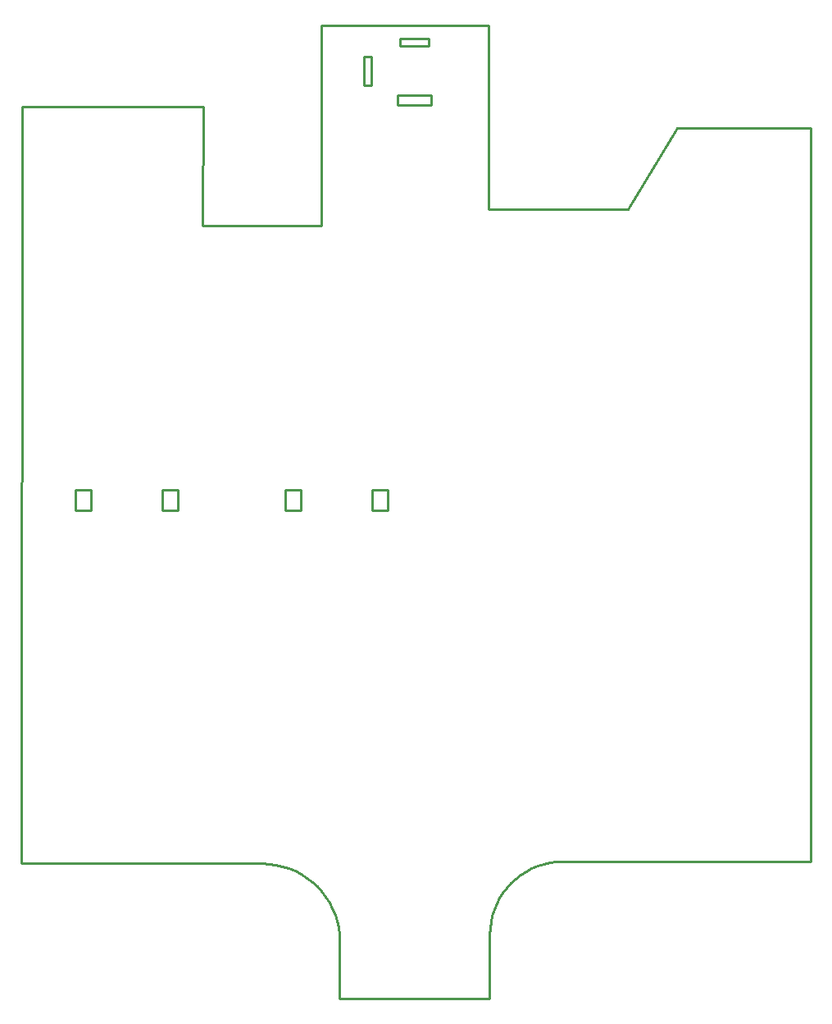
<source format=gbr>
G04 EAGLE Gerber X2 export*
%TF.Part,Single*%
%TF.FileFunction,Profile,NP*%
%TF.FilePolarity,Positive*%
%TF.GenerationSoftware,Autodesk,EAGLE,9.0.0*%
%TF.CreationDate,2019-09-03T03:29:10Z*%
G75*
%MOMM*%
%FSLAX34Y34*%
%LPD*%
%AMOC8*
5,1,8,0,0,1.08239X$1,22.5*%
G01*
%ADD10C,0.254000*%


D10*
X305000Y120000D02*
X554000Y120000D01*
X560972Y119696D01*
X567892Y118785D01*
X574706Y117274D01*
X581362Y115175D01*
X587809Y112505D01*
X594000Y109282D01*
X599886Y105532D01*
X605423Y101284D01*
X610569Y96569D01*
X615284Y91423D01*
X619532Y85886D01*
X623282Y80000D01*
X626505Y73809D01*
X629175Y67362D01*
X631274Y60706D01*
X632785Y53892D01*
X633696Y46972D01*
X634000Y40000D01*
X634000Y-19168D01*
X789000Y-19092D01*
X789000Y47000D01*
X789285Y53537D01*
X790139Y60024D01*
X791556Y66411D01*
X793523Y72652D01*
X796027Y78696D01*
X799048Y84500D01*
X802564Y90018D01*
X806547Y95209D01*
X810967Y100033D01*
X815791Y104453D01*
X820982Y108436D01*
X826500Y111952D01*
X832304Y114973D01*
X838349Y117477D01*
X844589Y119444D01*
X850976Y120861D01*
X857463Y121715D01*
X864000Y122000D01*
X1121000Y122000D01*
X1121000Y879000D01*
X983000Y879000D01*
X932000Y795000D01*
X788000Y795000D01*
X788229Y984386D01*
X615229Y984386D01*
X615000Y778000D01*
X492000Y778000D01*
X493000Y901000D01*
X306000Y901000D01*
X305000Y120000D01*
X659199Y922609D02*
X667199Y922609D01*
X667199Y952609D01*
X659199Y952609D01*
X659199Y922609D01*
X696199Y963609D02*
X726199Y963609D01*
X726199Y971609D01*
X696199Y971609D01*
X696199Y963609D01*
X693699Y902609D02*
X728699Y902609D01*
X728699Y912609D01*
X693699Y912609D01*
X693699Y902609D01*
X577850Y484788D02*
X593850Y484788D01*
X593850Y505788D01*
X577850Y505788D01*
X577850Y484788D01*
X667850Y484788D02*
X683850Y484788D01*
X683850Y505788D01*
X667850Y505788D01*
X667850Y484788D01*
X450838Y484804D02*
X466838Y484804D01*
X466838Y505804D01*
X450838Y505804D01*
X450838Y484804D01*
X360838Y484804D02*
X376838Y484804D01*
X376838Y505804D01*
X360838Y505804D01*
X360838Y484804D01*
M02*

</source>
